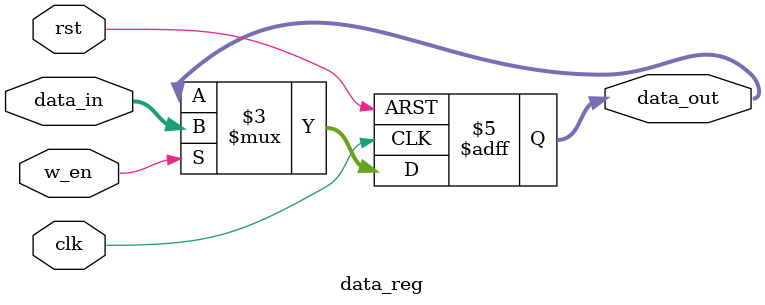
<source format=v>
module data_reg #(parameter width=8)(input clk,
input rst,
input w_en,
input [width-1 : 0] data_in,
output reg [width-1 : 0] data_out
    );
	 
	always @(posedge clk, posedge rst)begin
		if(rst) begin
			data_out <= 'd0;
		end 
		else begin
			if(w_en)begin
				data_out <= data_in;
			end
			else begin
				data_out <= data_out;
			end	
		end
	end


endmodule
</source>
